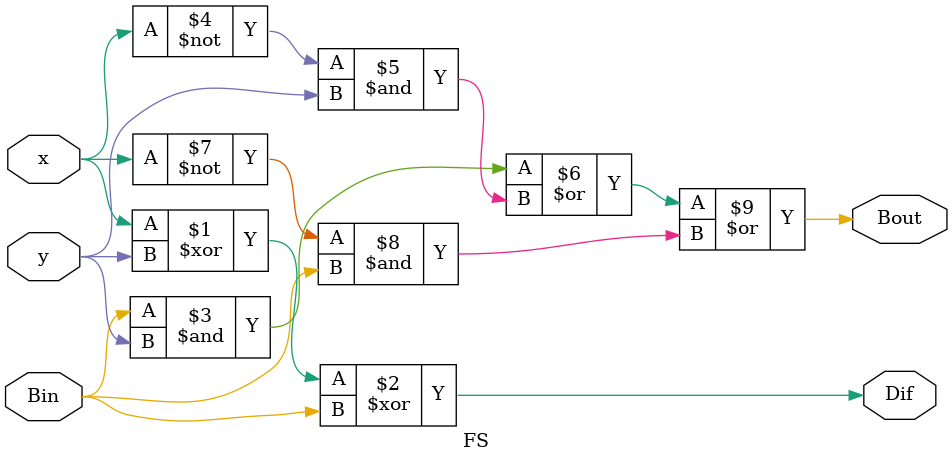
<source format=v>
module FS (
input wire x,y,Bin,
output wire Dif,Bout
);
assign Dif=x^y^Bin;
assign Bout=(Bin&y)|(~x&y)|(~x&Bin);

endmodule

</source>
